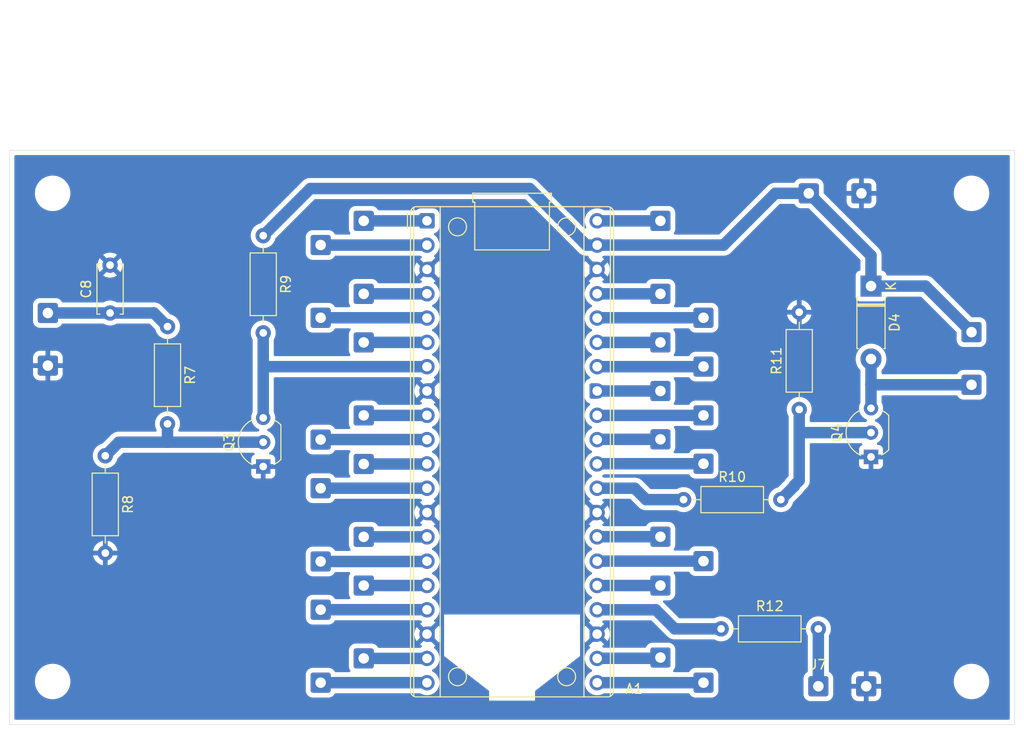
<source format=kicad_pcb>
(kicad_pcb (version 20240108) (generator "pcbnew") (generator_version "8.0")
  (layers (0 "F.Cu" signal) (31 "B.Cu" signal) (34 "B.Paste" user) (35 "F.Paste" user) (36 "B.SilkS" user "B.Silkscreen") (37 "F.SilkS" user "F.Silkscreen") (38 "B.Mask" user) (39 "F.Mask" user) (44 "Edge.Cuts" user))
  (net 0 "")
  (net 1 "GND")
  (net 2 "Net-(A1-GPIO15)")
  (net 3 "Net-(J1-Pin_1)")
  (net 4 "Net-(D1-A)")
  (net 5 "+5V")
  (net 6 "Net-(Q1-B)")
  (net 7 "Net-(Q2-B)")
  (net 8 "Net-(J7-Pin_1)")
  (net 9 "Net-(A1-RUN)")
  (net 10 "Net-(A1-3V3_EN)")
  (net 11 "Net-(A1-GPIO22)")
  (net 12 "Net-(A1-GPIO18)")
  (net 13 "Net-(A1-GPIO5)")
  (net 14 "Net-(A1-GPIO16)")
  (net 15 "Net-(A1-GPIO6)")
  (net 16 "Net-(A1-GPIO11)")
  (net 17 "Net-(A1-GPIO19)")
  (net 18 "Net-(A1-GPIO26_ADC0)")
  (net 19 "Net-(A1-GPIO28_ADC2)")
  (net 20 "Net-(A1-GPIO8)")
  (net 21 "Net-(A1-GPIO14)")
  (net 22 "Net-(A1-GPIO27_ADC1)")
  (net 23 "Net-(A1-GPIO3)")
  (net 24 "Net-(A1-GPIO20)")
  (net 25 "Net-(A1-AGND)")
  (net 26 "Net-(A1-GPIO9)")
  (net 27 "Net-(A1-GPIO10)")
  (net 28 "Net-(A1-GPIO13)")
  (net 29 "Net-(A1-ADC_VREF)")
  (net 30 "Net-(A1-GPIO7)")
  (net 31 "Net-(A1-GPIO21)")
  (net 32 "Net-(A1-GPIO2)")
  (net 33 "Net-(A1-VBUS)")
  (net 34 "Net-(A1-GPIO4)")
  (net 35 "Net-(A1-GPIO1)")
  (net 36 "Net-(A1-GPIO17)")
  (net 37 "Net-(A1-GPIO0)")
  (net 38 "Net-(A1-GPIO12)")
  (net 39 "Net-(A1-3V3)")
  (footprint "Connector_Wire:SolderWire-0.5sqmm_1x01_D0.9mm_OD2.1mm" (layer "F.Cu") (at 161 61.5)
    (property "Reference" "J5" (hide yes))
    (property "Value" "Conn_01x01_Pin" (hide yes))
    (pad "1" thru_hole roundrect (at 0 0) (size 2.1 2.1) (drill 1.1) (layers "*.Cu" "*.Mask") (roundrect_rratio 0.119048) (net 5 "+5V"))
  )
  (footprint "Diode_THT:D_DO-41_SOD81_P7.62mm_Horizontal" (layer "F.Cu") (at 167.5 71.19 -90)
    (property "Reference" "D4" (at 3.81 -2.47 90) (layer "F.SilkS"))
    (property "Value" "1N4937")
    (fp_line (start 1.09 1.47) (end 6.53 1.47) (stroke (width 0.12)) (layer "F.SilkS"))
    (fp_line (start 6.53 1.47) (end 6.53 1.34) (stroke (width 0.12)) (layer "F.SilkS"))
    (fp_line (start 1.09 1.34) (end 1.09 1.47) (stroke (width 0.12)) (layer "F.SilkS"))
    (fp_line (start 1.09 -1.34) (end 1.09 -1.47) (stroke (width 0.12)) (layer "F.SilkS"))
    (fp_line (start 1.09 -1.47) (end 6.53 -1.47) (stroke (width 0.12)) (layer "F.SilkS"))
    (fp_line (start 1.87 -1.47) (end 1.87 1.47) (stroke (width 0.12)) (layer "F.SilkS"))
    (fp_line (start 1.99 -1.47) (end 1.99 1.47) (stroke (width 0.12)) (layer "F.SilkS"))
    (fp_line (start 2.11 -1.47) (end 2.11 1.47) (stroke (width 0.12)) (layer "F.SilkS"))
    (fp_line (start 6.53 -1.47) (end 6.53 -1.34) (stroke (width 0.12)) (layer "F.SilkS"))
    (fp_text user "K" (at 0 -2.1 90) (layer "F.SilkS"))
    (pad "1" thru_hole rect (at 0 0 270) (size 2.2 2.2) (drill 1.1) (layers "*.Cu" "*.Mask") (net 5 "+5V"))
    (pad "2" thru_hole oval (at 7.62 0 270) (size 2.2 2.2) (drill 1.1) (layers "*.Cu" "*.Mask") (net 4 "Net-(D1-A)"))
  )
  (footprint "MountingHole:MountingHole_3.2mm_M3" (layer "F.Cu") (at 82 112.5)
    (property "Reference" "H2" (hide yes))
    (property "Value" "MountingHole")
    (pad "" np_thru_hole circle (at 0 0) (size 3.2 3.2) (drill 3.2) (layers "*.Cu" "*.Mask"))
  )
  (footprint "Resistor_THT:R_Axial_DIN0207_L6.3mm_D2.5mm_P10.16mm_Horizontal" (layer "F.Cu") (at 160 84.08 90)
    (property "Reference" "R11" (at 5.08 -2.37 90) (layer "F.SilkS"))
    (property "Value" "1k")
    (fp_line (start 8.35 -1.37) (end 1.81 -1.37) (stroke (width 0.12)) (layer "F.SilkS"))
    (fp_line (start 1.81 -1.37) (end 1.81 1.37) (stroke (width 0.12)) (layer "F.SilkS"))
    (fp_line (start 9.12 0) (end 8.35 0) (stroke (width 0.12)) (layer "F.SilkS"))
    (fp_line (start 1.04 0) (end 1.81 0) (stroke (width 0.12)) (layer "F.SilkS"))
    (fp_line (start 8.35 1.37) (end 8.35 -1.37) (stroke (width 0.12)) (layer "F.SilkS"))
    (fp_line (start 1.81 1.37) (end 8.35 1.37) (stroke (width 0.12)) (layer "F.SilkS"))
    (pad "1" thru_hole circle (at 0 0 90) (size 1.6 1.6) (drill 0.8) (layers "*.Cu" "*.Mask") (net 7 "Net-(Q2-B)"))
    (pad "2" thru_hole oval (at 10.16 0 90) (size 1.6 1.6) (drill 0.8) (layers "*.Cu" "*.Mask") (net 1 "GND"))
  )
  (footprint "Connector_Wire:SolderWire-0.5sqmm_1x01_D0.9mm_OD2.1mm" (layer "F.Cu") (at 114.5 97.3875)
    (property "Reference" "J16" (hide yes))
    (property "Value" "Conn_01x01_Pin" (hide yes))
    (pad "1" thru_hole roundrect (at 0 0) (size 2.1 2.1) (drill 1.1) (layers "*.Cu" "*.Mask") (roundrect_rratio 0.119048) (net 27 "Net-(A1-GPIO10)"))
  )
  (footprint "MountingHole:MountingHole_3.2mm_M3" (layer "F.Cu") (at 82 61.5)
    (property "Reference" "H4" (hide yes))
    (property "Value" "MountingHole")
    (pad "" np_thru_hole circle (at 0 0) (size 3.2 3.2) (drill 3.2) (layers "*.Cu" "*.Mask"))
  )
  (footprint "Connector_Wire:SolderWire-0.5sqmm_1x01_D0.9mm_OD2.1mm" (layer "F.Cu") (at 145.5 110)
    (property "Reference" "J12" (hide yes))
    (property "Value" "Conn_01x01_Pin" (hide yes))
    (pad "1" thru_hole roundrect (at 0 0) (size 2.1 2.1) (drill 1.1) (layers "*.Cu" "*.Mask") (roundrect_rratio 0.119048))
  )
  (footprint "Capacitor_THT:C_Disc_D5.0mm_W2.5mm_P5.00mm" (layer "F.Cu") (at 88 74 90)
    (property "Reference" "C8" (at 2.5 -2.5 90) (layer "F.SilkS"))
    (property "Value" "270pF")
    (fp_line (start 5.12 -1.37) (end 5.12 -1.055) (stroke (width 0.12)) (layer "F.SilkS"))
    (fp_line (start -0.12 -1.37) (end 5.12 -1.37) (stroke (width 0.12)) (layer "F.SilkS"))
    (fp_line (start -0.12 -1.37) (end -0.12 -1.055) (stroke (width 0.12)) (layer "F.SilkS"))
    (fp_line (start 5.12 1.055) (end 5.12 1.37) (stroke (width 0.12)) (layer "F.SilkS"))
    (fp_line (start -0.12 1.055) (end -0.12 1.37) (stroke (width 0.12)) (layer "F.SilkS"))
    (fp_line (start -0.12 1.37) (end 5.12 1.37) (stroke (width 0.12)) (layer "F.SilkS"))
    (pad "1" thru_hole circle (at 0 0 90) (size 1.6 1.6) (drill 0.8) (layers "*.Cu" "*.Mask") (net 3 "Net-(J1-Pin_1)"))
    (pad "2" thru_hole circle (at 5 0 90) (size 1.6 1.6) (drill 0.8) (layers "*.Cu" "*.Mask") (net 1 "GND"))
  )
  (footprint "Connector_Wire:SolderWire-0.5sqmm_1x01_D0.9mm_OD2.1mm" (layer "F.Cu") (at 178 76)
    (property "Reference" "J2" (hide yes))
    (property "Value" "Conn_01x01_Pin" (hide yes))
    (pad "1" thru_hole roundrect (at 0 0) (size 2.1 2.1) (drill 1.1) (layers "*.Cu" "*.Mask") (roundrect_rratio 0.119048) (net 5 "+5V"))
  )
  (footprint "Connector_Wire:SolderWire-0.5sqmm_1x01_D0.9mm_OD2.1mm" (layer "F.Cu") (at 150 112.625)
    (property "Reference" "J26" (hide yes))
    (property "Value" "Conn_01x01_Pin" (hide yes))
    (pad "1" thru_hole roundrect (at 0 0) (size 2.1 2.1) (drill 1.1) (layers "*.Cu" "*.Mask") (roundrect_rratio 0.119048) (net 14 "Net-(A1-GPIO16)"))
  )
  (footprint "Connector_Wire:SolderWire-0.5sqmm_1x01_D0.9mm_OD2.1mm" (layer "F.Cu") (at 167 113)
    (property "Reference" "J8" (hide yes))
    (property "Value" "Conn_01x01_Pin" (hide yes))
    (pad "1" thru_hole roundrect (at 0 0) (size 2.1 2.1) (drill 1.1) (layers "*.Cu" "*.Mask") (roundrect_rratio 0.119048) (net 1 "GND"))
  )
  (footprint "Connector_Wire:SolderWire-0.5sqmm_1x01_D0.9mm_OD2.1mm" (layer "F.Cu") (at 114.5 84.7)
    (property "Reference" "J20" (hide yes))
    (property "Value" "Conn_01x01_Pin" (hide yes))
    (pad "1" thru_hole roundrect (at 0 0) (size 2.1 2.1) (drill 1.1) (layers "*.Cu" "*.Mask") (roundrect_rratio 0.119048) (net 15 "Net-(A1-GPIO6)"))
  )
  (footprint "Connector_Wire:SolderWire-0.5sqmm_1x01_D0.9mm_OD2.1mm" (layer "F.Cu") (at 110 66.9)
    (property "Reference" "J24" (hide yes))
    (property "Value" "Conn_01x01_Pin" (hide yes))
    (pad "1" thru_hole roundrect (at 0 0) (size 2.1 2.1) (drill 1.1) (layers "*.Cu" "*.Mask") (roundrect_rratio 0.119048) (net 35 "Net-(A1-GPIO1)"))
  )
  (footprint "Connector_Wire:SolderWire-0.5sqmm_1x01_D0.9mm_OD2.1mm" (layer "F.Cu") (at 114.5 64.375)
    (property "Reference" "J25" (hide yes))
    (property "Value" "Conn_01x01_Pin" (hide yes))
    (pad "1" thru_hole roundrect (at 0 0) (size 2.1 2.1) (drill 1.1) (layers "*.Cu" "*.Mask") (roundrect_rratio 0.119048) (net 37 "Net-(A1-GPIO0)"))
  )
  (footprint "Connector_Wire:SolderWire-0.5sqmm_1x01_D0.9mm_OD2.1mm" (layer "F.Cu") (at 166.5 61.5)
    (property "Reference" "J4" (hide yes))
    (property "Value" "Conn_01x01_Pin" (hide yes))
    (pad "1" thru_hole roundrect (at 0 0) (size 2.1 2.1) (drill 1.1) (layers "*.Cu" "*.Mask") (roundrect_rratio 0.119048) (net 1 "GND"))
  )
  (footprint "Connector_Wire:SolderWire-0.5sqmm_1x01_D0.9mm_OD2.1mm" (layer "F.Cu") (at 110 112.625)
    (property "Reference" "J11" (hide yes))
    (property "Value" "Conn_01x01_Pin" (hide yes))
    (pad "1" thru_hole roundrect (at 0 0) (size 2.1 2.1) (drill 1.1) (layers "*.Cu" "*.Mask") (roundrect_rratio 0.119048) (net 2 "Net-(A1-GPIO15)"))
  )
  (footprint "MountingHole:MountingHole_3.2mm_M3" (layer "F.Cu") (at 178 112.5)
    (property "Reference" "H1" (hide yes))
    (property "Value" "MountingHole")
    (pad "" np_thru_hole circle (at 0 0) (size 3.2 3.2) (drill 3.2) (layers "*.Cu" "*.Mask"))
  )
  (footprint "Connector_Wire:SolderWire-0.5sqmm_1x01_D0.9mm_OD2.1mm" (layer "F.Cu") (at 150 99.925)
    (property "Reference" "J29" (hide yes))
    (property "Value" "Conn_01x01_Pin" (hide yes))
    (pad "1" thru_hole roundrect (at 0 0) (size 2.1 2.1) (drill 1.1) (layers "*.Cu" "*.Mask") (roundrect_rratio 0.119048) (net 24 "Net-(A1-GPIO20)"))
  )
  (footprint "Resistor_THT:R_Axial_DIN0207_L6.3mm_D2.5mm_P10.16mm_Horizontal" (layer "F.Cu") (at 147.92 93.5)
    (property "Reference" "R10" (at 5.08 -2.37 0) (layer "F.SilkS"))
    (property "Value" "1k")
    (fp_line (start 1.04 0) (end 1.81 0) (stroke (width 0.12)) (layer "F.SilkS"))
    (fp_line (start 1.81 -1.37) (end 1.81 1.37) (stroke (width 0.12)) (layer "F.SilkS"))
    (fp_line (start 1.81 1.37) (end 8.35 1.37) (stroke (width 0.12)) (layer "F.SilkS"))
    (fp_line (start 8.35 -1.37) (end 1.81 -1.37) (stroke (width 0.12)) (layer "F.SilkS"))
    (fp_line (start 8.35 1.37) (end 8.35 -1.37) (stroke (width 0.12)) (layer "F.SilkS"))
    (fp_line (start 9.12 0) (end 8.35 0) (stroke (width 0.12)) (layer "F.SilkS"))
    (pad "1" thru_hole circle (at 0 0) (size 1.6 1.6) (drill 0.8) (layers "*.Cu" "*.Mask") (net 11 "Net-(A1-GPIO22)"))
    (pad "2" thru_hole oval (at 10.16 0) (size 1.6 1.6) (drill 0.8) (layers "*.Cu" "*.Mask") (net 7 "Net-(Q2-B)"))
  )
  (footprint "Package_TO_SOT_THT:TO-92_Inline_Wide" (layer "F.Cu") (at 104 90.04 90)
    (property "Reference" "Q3" (at 2.54 -3.56 90) (layer "F.SilkS"))
    (property "Value" "2N3904")
    (fp_line (start 0.74 1.85) (end 4.34 1.85) (stroke (width 0.12)) (layer "F.SilkS"))
    (fp_arc (start 2.54 -2.6) (mid 3.936979 -2.192818) (end 4.8964 -1.098807) (stroke (width 0.12)) (layer "F.SilkS"))
    (fp_arc (start 0.1836 -1.098807) (mid 1.143021 -2.192817) (end 2.54 -2.6) (stroke (width 0.12)) (layer "F.SilkS"))
    (fp_arc (start 4.864184 1.122795) (mid 4.633903 1.509328) (end 4.34 1.85) (stroke (width 0.12)) (layer "F.SilkS"))
    (fp_arc (start 0.74 1.85) (mid 0.446097 1.509328) (end 0.215816 1.122795) (stroke (width 0.12)) (layer "F.SilkS"))
    (pad "1" thru_hole rect (at 0 0 90) (size 1.5 1.5) (drill 0.8) (layers "*.Cu" "*.Mask") (net 1 "GND"))
    (pad "2" thru_hole circle (at 2.54 0 90) (size 1.5 1.5) (drill 0.8) (layers "*.Cu" "*.Mask") (net 6 "Net-(Q1-B)"))
    (pad "3" thru_hole circle (at 5.08 0 90) (size 1.5 1.5) (drill 0.8) (layers "*.Cu" "*.Mask") (net 13 "Net-(A1-GPIO5)"))
  )
  (footprint "Connector_Wire:SolderWire-0.5sqmm_1x01_D0.9mm_OD2.1mm" (layer "F.Cu") (at 150 89.75)
    (property "Reference" "J10" (hide yes))
    (property "Value" "Conn_01x01_Pin" (hide yes))
    (pad "1" thru_hole roundrect (at 0 0) (size 2.1 2.1) (drill 1.1) (layers "*.Cu" "*.Mask") (roundrect_rratio 0.119048) (net 9 "Net-(A1-RUN)"))
  )
  (footprint "Connector_Wire:SolderWire-0.5sqmm_1x01_D0.9mm_OD2.1mm" (layer "F.Cu") (at 114.5 110.0875)
    (property "Reference" "J12" (hide yes))
    (property "Value" "Conn_01x01_Pin" (hide yes))
    (pad "1" thru_hole roundrect (at 0 0) (size 2.1 2.1) (drill 1.1) (layers "*.Cu" "*.Mask") (roundrect_rratio 0.119048) (net 21 "Net-(A1-GPIO14)"))
  )
  (footprint "Resistor_THT:R_Axial_DIN0207_L6.3mm_D2.5mm_P10.16mm_Horizontal" (layer "F.Cu") (at 104 65.92 -90)
    (property "Reference" "R9" (at 5.08 -2.37 90) (layer "F.SilkS"))
    (property "Value" "47k")
    (fp_line (start 1.81 1.37) (end 8.35 1.37) (stroke (width 0.12)) (layer "F.SilkS"))
    (fp_line (start 8.35 1.37) (end 8.35 -1.37) (stroke (width 0.12)) (layer "F.SilkS"))
    (fp_line (start 1.04 0) (end 1.81 0) (stroke (width 0.12)) (layer "F.SilkS"))
    (fp_line (start 9.12 0) (end 8.35 0) (stroke (width 0.12)) (layer "F.SilkS"))
    (fp_line (start 1.81 -1.37) (end 1.81 1.37) (stroke (width 0.12)) (layer "F.SilkS"))
    (fp_line (start 8.35 -1.37) (end 1.81 -1.37) (stroke (width 0.12)) (layer "F.SilkS"))
    (pad "1" thru_hole circle (at 0 0 270) (size 1.6 1.6) (drill 0.8) (layers "*.Cu" "*.Mask") (net 5 "+5V"))
    (pad "2" thru_hole oval (at 10.16 0 270) (size 1.6 1.6) (drill 0.8) (layers "*.Cu" "*.Mask") (net 13 "Net-(A1-GPIO5)"))
  )
  (footprint "Connector_Wire:SolderWire-0.5sqmm_1x01_D0.9mm_OD2.1mm" (layer "F.Cu") (at 150 74.5)
    (property "Reference" "J37" (hide yes))
    (property "Value" "Conn_01x01_Pin" (hide yes))
    (pad "1" thru_hole roundrect (at 0 0) (size 2.1 2.1) (drill 1.1) (layers "*.Cu" "*.Mask") (roundrect_rratio 0.119048) (net 39 "Net-(A1-3V3)"))
  )
  (footprint "Connector_Wire:SolderWire-0.5sqmm_1x01_D0.9mm_OD2.1mm" (layer "F.Cu") (at 81.5 79.5)
    (property "Reference" "J3" (hide yes))
    (property "Value" "Conn_01x01_Pin" (hide yes))
    (pad "1" thru_hole roundrect (at 0 0) (size 2.1 2.1) (drill 1.1) (layers "*.Cu" "*.Mask") (roundrect_rratio 0.119048) (net 1 "GND"))
  )
  (footprint "Connector_Wire:SolderWire-0.5sqmm_1x01_D0.9mm_OD2.1mm" (layer "F.Cu") (at 81.5 74)
    (property "Reference" "J1" (hide yes))
    (property "Value" "Conn_01x01_Pin" (hide yes))
    (pad "1" thru_hole roundrect (at 0 0) (size 2.1 2.1) (drill 1.1) (layers "*.Cu" "*.Mask") (roundrect_rratio 0.119048) (net 3 "Net-(J1-Pin_1)"))
  )
  (footprint "Connector_Wire:SolderWire-0.5sqmm_1x01_D0.9mm_OD2.1mm" (layer "F.Cu") (at 114.5 89.775)
    (property "Reference" "J18" (hide yes))
    (property "Value" "Conn_01x01_Pin" (hide yes))
    (pad "1" thru_hole roundrect (at 0 0) (size 2.1 2.1) (drill 1.1) (layers "*.Cu" "*.Mask") (roundrect_rratio 0.119048) (net 20 "Net-(A1-GPIO8)"))
  )
  (footprint "Connector_Wire:SolderWire-0.5sqmm_1x01_D0.9mm_OD2.1mm" (layer "F.Cu") (at 110 87.225)
    (property "Reference" "J19" (hide yes))
    (property "Value" "Conn_01x01_Pin" (hide yes))
    (pad "1" thru_hole roundrect (at 0 0) (size 2.1 2.1) (drill 1.1) (layers "*.Cu" "*.Mask") (roundrect_rratio 0.119048) (net 30 "Net-(A1-GPIO7)"))
  )
  (footprint "Connector_Wire:SolderWire-0.5sqmm_1x01_D0.9mm_OD2.1mm" (layer "F.Cu") (at 114.5 102.475)
    (property "Reference" "J14" (hide yes))
    (property "Value" "Conn_01x01_Pin" (hide yes))
    (pad "1" thru_hole roundrect (at 0 0) (size 2.1 2.1) (drill 1.1) (layers "*.Cu" "*.Mask") (roundrect_rratio 0.119048) (net 38 "Net-(A1-GPIO12)"))
  )
  (footprint "Resistor_THT:R_Axial_DIN0207_L6.3mm_D2.5mm_P10.16mm_Horizontal" (layer "F.Cu") (at 87.5 88.92 -90)
    (property "Reference" "R8" (at 5.08 -2.37 90) (layer "F.SilkS"))
    (property "Value" "470k")
    (fp_line (start 1.81 1.37) (end 8.35 1.37) (stroke (width 0.12)) (layer "F.SilkS"))
    (fp_line (start 8.35 1.37) (end 8.35 -1.37) (stroke (width 0.12)) (layer "F.SilkS"))
    (fp_line (start 1.04 0) (end 1.81 0) (stroke (width 0.12)) (layer "F.SilkS"))
    (fp_line (start 9.12 0) (end 8.35 0) (stroke (width 0.12)) (layer "F.SilkS"))
    (fp_line (start 1.81 -1.37) (end 1.81 1.37) (stroke (width 0.12)) (layer "F.SilkS"))
    (fp_line (start 8.35 -1.37) (end 1.81 -1.37) (stroke (width 0.12)) (layer "F.SilkS"))
    (pad "1" thru_hole circle (at 0 0 270) (size 1.6 1.6) (drill 0.8) (layers "*.Cu" "*.Mask") (net 6 "Net-(Q1-B)"))
    (pad "2" thru_hole oval (at 10.16 0 270) (size 1.6 1.6) (drill 0.8) (layers "*.Cu" "*.Mask") (net 1 "GND"))
  )
  (footprint "Connector_Wire:SolderWire-0.5sqmm_1x01_D0.9mm_OD2.1mm" (layer "F.Cu") (at 145.5 72)
    (property "Reference" "J9" (hide yes))
    (property "Value" "Conn_01x01_Pin" (hide yes))
    (pad "1" thru_hole roundrect (at 0 0) (size 2.1 2.1) (drill 1.1) (layers "*.Cu" "*.Mask") (roundrect_rratio 0.119048) (net 10 "Net-(A1-3V3_EN)"))
  )
  (footprint "Resistor_THT:R_Axial_DIN0207_L6.3mm_D2.5mm_P10.16mm_Horizontal" (layer "F.Cu") (at 94 75.42 -90)
    (property "Reference" "R7" (at 5.08 -2.37 90) (layer "F.SilkS"))
    (property "Value" "10k")
    (fp_line (start 1.81 1.37) (end 8.35 1.37) (stroke (width 0.12)) (layer "F.SilkS"))
    (fp_line (start 8.35 1.37) (end 8.35 -1.37) (stroke (width 0.12)) (layer "F.SilkS"))
    (fp_line (start 1.04 0) (end 1.81 0) (stroke (width 0.12)) (layer "F.SilkS"))
    (fp_line (start 9.12 0) (end 8.35 0) (stroke (width 0.12)) (layer "F.SilkS"))
    (fp_line (start 1.81 -1.37) (end 1.81 1.37) (stroke (width 0.12)) (layer "F.SilkS"))
    (fp_line (start 8.35 -1.37) (end 1.81 -1.37) (stroke (width 0.12)) (layer "F.SilkS"))
    (pad "1" thru_hole circle (at 0 0 270) (size 1.6 1.6) (drill 0.8) (layers "*.Cu" "*.Mask") (net 3 "Net-(J1-Pin_1)"))
    (pad "2" thru_hole oval (at 10.16 0 270) (size 1.6 1.6) (drill 0.8) (layers "*.Cu" "*.Mask") (net 6 "Net-(Q1-B)"))
  )
  (footprint "Connector_Wire:SolderWire-0.5sqmm_1x01_D0.9mm_OD2.1mm" (layer "F.Cu") (at 145.5 97.375)
    (property "Reference" "J30" (hide yes))
    (property "Value" "Conn_01x01_Pin" (hide yes))
    (pad "1" thru_hole roundrect (at 0 0) (size 2.1 2.1) (drill 1.1) (layers "*.Cu" "*.Mask") (roundrect_rratio 0.119048) (net 31 "Net-(A1-GPIO21)"))
  )
  (footprint "Connector_Wire:SolderWire-0.5sqmm_1x01_D0.9mm_OD2.1mm" (layer "F.Cu") (at 110 105)
    (property "Reference" "J13" (hide yes))
    (property "Value" "Conn_01x01_Pin" (hide yes))
    (pad "1" thru_hole roundrect (at 0 0) (size 2.1 2.1) (drill 1.1) (layers "*.Cu" "*.Mask") (roundrect_rratio 0.119048) (net 28 "Net-(A1-GPIO13)"))
  )
  (footprint "Connector_Wire:SolderWire-0.5sqmm_1x01_D0.9mm_OD2.1mm" (layer "F.Cu") (at 145.5 87.2)
    (property "Reference" "J32" (hide yes))
    (property "Value" "Conn_01x01_Pin" (hide yes))
    (pad "1" thru_hole roundrect (at 0 0) (size 2.1 2.1) (drill 1.1) (layers "*.Cu" "*.Mask") (roundrect_rratio 0.119048) (net 18 "Net-(A1-GPIO26_ADC0)"))
  )
  (footprint "Module_RaspberryPi_Pico:RaspberryPi_Pico_Common_THT" (layer "F.Cu") (at 130 88.5)
    (property "Reference" "A1" (at 11.7475 24.765 0) (layer "F.SilkS") (effects (justify left)))
    (property "Value" "RaspberryPi_Pico")
    (fp_line (start -10.93 -23.33) (end -10.93 -24.93) (stroke (width 0.12)) (layer "F.SilkS"))
    (fp_line (start -10.61 -25) (end -10.61 25) (stroke (width 0.12)) (layer "F.SilkS"))
    (fp_line (start -10.27 -25.547) (end -10.27 25.547) (stroke (width 0.12)) (layer "F.SilkS"))
    (fp_line (start -10 -25.61) (end -7.51 -25.61) (stroke (width 0.12)) (layer "F.SilkS"))
    (fp_line (start -10 25.61) (end -3.6 25.61) (stroke (width 0.12)) (layer "F.SilkS"))
    (fp_line (start -7.51 -25.61) (end -7.51 -24.69648) (stroke (width 0.12)) (layer "F.SilkS"))
    (fp_line (start -7.51 -25.61) (end -4.235 -25.61) (stroke (width 0.12)) (layer "F.SilkS"))
    (fp_line (start -7.51 -24.69648) (end -7.51 -22.30352) (stroke (width 0.12)) (layer "F.SilkS"))
    (fp_line (start -7.51 -22.30352) (end -7.51 22.30352) (stroke (width 0.12)) (layer "F.SilkS"))
    (fp_line (start -7.51 22.30352) (end -7.51 24.69648) (stroke (width 0.12)) (layer "F.SilkS"))
    (fp_line (start -7.51 24.69648) (end -7.51 25.61) (stroke (width 0.12)) (layer "F.SilkS"))
    (fp_line (start -4.235 -25.61) (end 4.235 -25.61) (stroke (width 0.12)) (layer "F.SilkS"))
    (fp_line (start -4.11 -27.01) (end -4.11 -26.09) (stroke (width 0.12)) (layer "F.SilkS"))
    (fp_line (start -4.11 -27.01) (end 4.11 -27.01) (stroke (width 0.12)) (layer "F.SilkS"))
    (fp_line (start -4.11 -26.09) (end -3.9 -26.09) (stroke (width 0.12)) (layer "F.SilkS"))
    (fp_line (start -3.9 -26.09) (end -3.9 -24.694) (stroke (width 0.12)) (layer "F.SilkS"))
    (fp_line (start -3.9 -24.694) (end -3.9 -22.306) (stroke (width 0.12)) (layer "F.SilkS"))
    (fp_line (start -3.9 -22.306) (end -3.9 -21.09) (stroke (width 0.12)) (layer "F.SilkS"))
    (fp_line (start 3.6 25.61) (end -3.6 25.61) (stroke (width 0.12)) (layer "F.SilkS"))
    (fp_line (start 3.6 25.61) (end 10 25.61) (stroke (width 0.12)) (layer "F.SilkS"))
    (fp_line (start 3.9 -26.09) (end 3.9 -24.694) (stroke (width 0.12)) (layer "F.SilkS"))
    (fp_line (start 3.9 -24.694) (end 3.9 -22.306) (stroke (width 0.12)) (layer "F.SilkS"))
    (fp_line (start 3.9 -22.306) (end 3.9 -21.09) (stroke (width 0.12)) (layer "F.SilkS"))
    (fp_line (start 3.9 -21.09) (end -3.9 -21.09) (stroke (width 0.12)) (layer "F.SilkS"))
    (fp_line (start 4.11 -27.01) (end 4.11 -26.09) (stroke (width 0.12)) (layer "F.SilkS"))
    (fp_line (start 4.11 -26.09) (end 3.9 -26.09) (stroke (width 0.12)) (layer "F.SilkS"))
    (fp_line (start 4.235 -25.61) (end 7.51 -25.61) (stroke (width 0.12)) (layer "F.SilkS"))
    (fp_line (start 7.51 -25.61) (end 7.51 -24.69648) (stroke (width 0.12)) (layer "F.SilkS"))
    (fp_line (start 7.51 -24.69648) (end 7.51 -22.30352) (stroke (width 0.12)) (layer "F.SilkS"))
    (fp_line (start 7.51 -22.30352) (end 7.51 22.30352) (stroke (width 0.12)) (layer "F.SilkS"))
    (fp_line (start 7.51 22.30352) (end 7.51 24.69648) (stroke (width 0.12)) (layer "F.SilkS"))
    (fp_line (start 7.51 24.69648) (end 7.51 25.61) (stroke (width 0.12)) (layer "F.SilkS"))
    (fp_line (start 10 -25.61) (end 7.51 -25.61) (stroke (width 0.12)) (layer "F.SilkS"))
    (fp_line (start 10.27 25.547) (end 10.27 -25.547) (stroke (width 0.12)) (layer "F.SilkS"))
    (fp_line (start 10.61 -25) (end 10.61 25) (stroke (width 0.12)) (layer "F.SilkS"))
    (fp_arc (start -10.61 -25) (mid -10.431335 -25.431335) (end -10 -25.61) (stroke (width 0.12)) (layer "F.SilkS"))
    (fp_arc (start -10 25.61) (mid -10.431364 25.431364) (end -10.61 25) (stroke (width 0.12)) (layer "F.SilkS"))
    (fp_arc (start 10 -25.61) (mid 10.431335 -25.431335) (end 10.61 -25) (stroke (width 0.12)) (layer "F.SilkS"))
    (fp_arc (start 10.61 25) (mid 10.431335 25.431335) (end 10 25.61) (stroke (width 0.12)) (layer "F.SilkS"))
    (fp_circle (center -5.7 -23.5) (end -4.76 -23.5) (stroke (width 0.12)) (fill none) (layer "F.SilkS"))
    (fp_circle (center -5.7 23.5) (end -4.76 23.5) (stroke (width 0.12)) (fill none) (layer "F.SilkS"))
    (fp_circle (center 5.7 -23.5) (end 6.64 -23.5) (stroke (width 0.12)) (fill none) (layer "F.SilkS"))
    (fp_circle (center 5.7 23.5) (end 6.64 23.5) (stroke (width 0.12)) (fill none) (layer "F.SilkS"))
    (pad "1" thru_hole roundrect (at -8.89 -24.13) (size 1.6 1.6) (drill 1) (layers "*.Cu" "*.Mask") (roundrect_rratio 0.125) (net 37 "Net-(A1-GPIO0)"))
    (pad "2" thru_hole circle (at -8.89 -21.59) (size 1.6 1.6) (drill 1) (layers "*.Cu" "*.Mask") (net 35 "Net-(A1-GPIO1)"))
    (pad "3" thru_hole custom (at -8.89 -19.05) (size 1.6 1.6) (drill 1) (layers "*.Cu" "*.Mask") (net 1 "GND") (options (clearance outline) (anchor circle)) (primitives (gr_poly (pts (xy 0.8 0.6) (xy 0.8 -0.6) (xy 0.6 -0.8) (xy 0 -0.8) (xy 0 0.8) (xy 0.6 0.8)) (width 0) (fill yes)) (gr_circle (center 0.6 0.6) (end 0.8 0.6) (width 0) (fill yes)) (gr_circle (center 0.6 -0.6) (end 0.8 -0.6) (width 0) (fill yes))))
    (pad "4" thru_hole circle (at -8.89 -16.51) (size 1.6 1.6) (drill 1) (layers "*.Cu" "*.Mask") (net 32 "Net-(A1-GPIO2)"))
    (pad "5" thru_hole circle (at -8.89 -13.97) (size 1.6 1.6) (drill 1) (layers "*.Cu" "*.Mask") (net 23 "Net-(A1-GPIO3)"))
    (pad "6" thru_hole circle (at -8.89 -11.43) (size 1.6 1.6) (drill 1) (layers "*.Cu" "*.Mask") (net 34 "Net-(A1-GPIO4)"))
    (pad "7" thru_hole circle (at -8.89 -8.89) (size 1.6 1.6) (drill 1) (layers "*.Cu" "*.Mask") (net 13 "Net-(A1-GPIO5)"))
    (pad "8" thru_hole custom (at -8.89 -6.35) (size 1.6 1.6) (drill 1) (layers "*.Cu" "*.Mask") (net 1 "GND") (options (clearance outline) (anchor circle)) (primitives (gr_poly (pts (xy 0.8 0.6) (xy 0.8 -0.6) (xy 0.6 -0.8) (xy 0 -0.8) (xy 0 0.8) (xy 0.6 0.8)) (width 0) (fill yes)) (gr_circle (center 0.6 0.6) (end 0.8 0.6) (width 0) (fill yes)) (gr_circle (center 0.6 -0.6) (end 0.8 -0.6) (width 0) (fill yes))))
    (pad "9" thru_hole circle (at -8.89 -3.81) (size 1.6 1.6) (drill 1) (layers "*.Cu" "*.Mask") (net 15 "Net-(A1-GPIO6)"))
    (pad "10" thru_hole circle (at -8.89 -1.27) (size 1.6 1.6) (drill 1) (layers "*.Cu" "*.Mask") (net 30 "Net-(A1-GPIO7)"))
    (pad "11" thru_hole circle (at -8.89 1.27) (size 1.6 1.6) (drill 1) (layers "*.Cu" "*.Mask") (net 20 "Net-(A1-GPIO8)"))
    (pad "12" thru_hole circle (at -8.89 3.81) (size 1.6 1.6) (drill 1) (layers "*.Cu" "*.Mask") (net 26 "Net-(A1-GPIO9)"))
    (pad "13" thru_hole custom (at -8.89 6.35) (size 1.6 1.6) (drill 1) (layers "*.Cu" "*.Mask") (net 1 "GND") (options (clearance outline) (anchor circle)) (primitives (gr_poly (pts (xy 0.8 0.6) (xy 0.8 -0.6) (xy 0.6 -0.8) (xy 0 -0.8) (xy 0 0.8) (xy 0.6 0.8)) (width 0) (fill yes)) (gr_circle (center 0.6 0.6) (end 0.8 0.6) (width 0) (fill yes)) (gr_circle (center 0.6 -0.6) (end 0.8 -0.6) (width 0) (fill yes))))
    (pad "14" thru_hole circle (at -8.89 8.89) (size 1.6 1.6) (drill 1) (layers "*.Cu" "*.Mask") (net 27 "Net-(A1-GPIO10)"))
    (pad "15" thru_hole circle (at -8.89 11.43) (size 1.6 1.6) (drill 1) (layers "*.Cu" "*.Mask") (net 16 "Net-(A1-GPIO11)"))
    (pad "16" thru_hole circle (at -8.89 13.97) (size 1.6 1.6) (drill 1) (layers "*.Cu" "*.Mask") (net 38 "Net-(A1-GPIO12)"))
    (pad "17" thru_hole circle (at -8.89 16.51) (size 1.6 1.6) (drill 1) (layers "*.Cu" "*.Mask") (net 28 "Net-(A1-GPIO13)"))
    (pad "18" thru_hole custom (at -8.89 19.05) (size 1.6 1.6) (drill 1) (layers "*.Cu" "*.Mask") (net 1 "GND") (options (clearance outline) (anchor circle)) (primitives (gr_poly (pts (xy 0.8 0.6) (xy 0.8 -0.6) (xy 0.6 -0.8) (xy 0 -0.8) (xy 0 0.8) (xy 0.6 0.8)) (width 0) (fill yes)) (gr_circle (center 0.6 0.6) (end 0.8 0.6) (width 0) (fill yes)) (gr_circle (center 0.6 -0.6) (end 0.8 -0.6) (width 0) (fill yes))))
    (pad "19" thru_hole circle (at -8.89 21.59) (size 1.6 1.6) (drill 1) (layers "*.Cu" "*.Mask") (net 21 "Net-(A1-GPIO14)"))
    (pad "20" thru_hole circle (at -8.89 24.13) (size 1.6 1.6) (drill 1) (layers "*.Cu" "*.Mask") (net 2 "Net-(A1-GPIO15)"))
    (pad "21" thru_hole circle (at 8.89 24.13) (size 1.6 1.6) (drill 1) (layers "*.Cu" "*.Mask") (net 14 "Net-(A1-GPIO16)"))
    (pad "22" thru_hole circle (at 8.89 21.59) (size 1.6 1.6) (drill 1) (layers "*.Cu" "*.Mask") (net 36 "Net-(A1-GPIO17)"))
    (pad "23" thru_hole custom (at 8.89 19.05) (size 1.6 1.6) (drill 1) (layers "*.Cu" "*.Mask") (net 1 "GND") (options (clearance outline) (anchor circle)) (primitives (gr_poly (pts (xy -0.8 0.6) (xy -0.8 -0.6) (xy -0.6 -0.8) (xy 0 -0.8) (xy 0 0.8) (xy -0.6 0.8)) (width 0) (fill yes)) (gr_circle (center -0.6 0.6) (end -0.4 0.6) (width 0) (fill yes)) (gr_circle (center -0.6 -0.6) (end -0.4 -0.6) (width 0) (fill yes))))
    (pad "24" thru_hole circle (at 8.89 16.51) (size 1.6 1.6) (drill 1) (layers "*.Cu" "*.Mask") (net 12 "Net-(A1-GPIO18)"))
    (pad "25" thru_hole circle (at 8.89 13.97) (size 1.6 1.6) (drill 1) (layers "*.Cu" "*.Mask") (net 17 "Net-(A1-GPIO19)"))
    (pad "26" thru_hole circle (at 8.89 11.43) (size 1.6 1.6) (drill 1) (layers "*.Cu" "*.Mask") (net 24 "Net-(A1-GPIO20)"))
    (pad "27" thru_hole circle (at 8.89 8.89) (size 1.6 1.6) (drill 1) (layers "*.Cu" "*.Mask") (net 31 "Net-(A1-GPIO21)"))
    (pad "28" thru_hole custom (at 8.89 6.35) (size 1.6 1.6) (drill 1) (layers "*.Cu" "*.Mask") (net 1 "GND") (options (clearance outline) (anchor circle)) (primitives (gr_poly (pts (xy -0.8 0.6) (xy -0.8 -0.6) (xy -0.6 -0.8) (xy 0 -0.8) (xy 0 0.8) (xy -0.6 0.8)) (width 0) (fill yes)) (gr_circle (center -0.6 0.6) (end -0.4 0.6) (width 0) (fill yes)) (gr_circle (center -0.6 -0.6) (end -0.4 -0.6) (width 0) (fill yes))))
    (pad "29" thru_hole circle (at 8.89 3.81) (size 1.6 1.6) (drill 1) (layers "*.Cu" "*.Mask") (net 11 "Net-(A1-GPIO22)"))
    (pad "30" thru_hole circle (at 8.89 1.27) (size 1.6 1.6) (drill 1) (layers "*.Cu" "*.Mask") (net 9 "Net-(A1-RUN)"))
    (pad "31" thru_hole circle (at 8.89 -1.27) (size 1.6 1.6) (drill 1) (layers "*.Cu" "*.Mask") (net 18 "Net-(A1-GPIO26_ADC0)"))
    (pad "32" thru_hole circle (at 8.89 -3.81) (size 1.6 1.6) (drill 1) (layers "*.Cu" "*.Mask") (net 22 "Net-(A1-GPIO27_ADC1)"))
    (pad "33" thru_hole custom (at 8.89 -6.35) (size 1.6 1.6) (drill 1) (layers "*.Cu" "*.Mask") (net 25 "Net-(A1-AGND)") (options (clearance outline) (anchor circle)) (primitives (gr_poly (pts (xy -0.8 0.6) (xy -0.8 -0.6) (xy -0.6 -0.8) (xy 0 -0.8) (xy 0 0.8) (xy -0.6 0.8)) (width 0) (fill yes)) (gr_circle (center -0.6 0.6) (end -0.4 0.6) (width 0) (fill yes)) (gr_circle (center -0.6 -0.6) (end -0.4 -0.6) (width 0) (fill yes))))
    (pad "34" thru_hole circle (at 8.89 -8.89) (size 1.6 1.6) (drill 1) (layers "*.Cu" "*.Mask") (net 19 "Net-(A1-GPIO28_ADC2)"))
    (pad "35" thru_hole circle (at 8.89 -11.43) (size 1.6 1.6) (drill 1) (layers "*.Cu" "*.Mask") (net 29 "Net-(A1-ADC_VREF)"))
    (pad "36" thru_hole circle (at 8.89 -13.97) (size 1.6 1.6) (drill 1) (layers "*.Cu" "*.Mask") (net 39 "Net-(A1-3V3)"))
    (pad "37" thru_hole circle (at 8.89 -16.51) (size 1.6 1.6) (drill 1) (layers "*.Cu" "*.Mask") (net 10 "Net-(A1-3V3_EN)"))
    (pad "38" thru_hole custom (at 8.89 -19.05) (size 1.6 1.6) (drill 1) (layers "*.Cu" "*.Mask") (net 1 "GND") (options (clearance outline) (anchor circle)) (primitives (gr_poly (pts (xy -0.8 0.6) (xy -0.8 -0.6) (xy -0.6 -0.8) (xy 0 -0.8) (xy 0 0.8) (xy -0.6 0.8)) (width 0) (fill yes)) (gr_circle (center -0.6 0.6) (end -0.4 0.6) (width 0) (fill yes)) (gr_circle (center -0.6 -0.6) (end -0.4 -0.6) (width 0) (fill yes))))
    (pad "39" thru_hole circle (at 8.89 -21.59) (size 1.6 1.6) (drill 1) (layers "*.Cu" "*.Mask") (net 5 "+5V"))
    (pad "40" thru_hole circle (at 8.89 -24.13) (size 1.6 1.6) (drill 1) (layers "*.Cu" "*.Mask") (net 33 "Net-(A1-VBUS)"))
    (zone (net 0) (net_name "") (layers "*.Cu" "*.Paste") (name "Antenna Copper Keep Out") (connect_pads (clearance 0)) (min_thickness 0.254)
      (keepout (tracks not_allowed) (vias not_allowed) (pads not_allowed) (copperpour not_allowed) (footprints allowed))
      (fill (thermal_gap 0.508) (thermal_bridge_width 0.508))
      (polygon (pts (xy 127.6 113.489895) (xy 122.9 109.839895) (xy 122.9 105.5) (xy 137.1 105.5) (xy 137.1 109.839895) (xy 132.4 113.489895) (xy 132.4 114.5) (xy 127.6 114.5)))
    )
  )
  (footprint "MountingHole:MountingHole_3.2mm_M3" (layer "F.Cu") (at 178 61.5)
    (property "Reference" "H3" (hide yes))
    (property "Value" "MountingHole")
    (pad "" np_thru_hole circle (at 0 0) (size 3.2 3.2) (drill 3.2) (layers "*.Cu" "*.Mask"))
  )
  (footprint "Connector_Wire:SolderWire-0.5sqmm_1x01_D0.9mm_OD2.1mm" (layer "F.Cu") (at 178 81.5)
    (property "Reference" "J6" (hide yes))
    (property "Value" "Conn_01x01_Pin" (hide yes))
    (pad "1" thru_hole roundrect (at 0 0) (size 2.1 2.1) (drill 1.1) (layers "*.Cu" "*.Mask") (roundrect_rratio 0.119048) (net 4 "Net-(D1-A)"))
  )
  (footprint "Connector_Wire:SolderWire-0.5sqmm_1x01_D0.9mm_OD2.1mm" (layer "F.Cu") (at 145.5 64.375)
    (property "Reference" "J36" (hide yes))
    (property "Value" "Conn_01x01_Pin" (hide yes))
    (pad "1" thru_hole roundrect (at 0 0) (size 2.1 2.1) (drill 1.1) (layers "*.Cu" "*.Mask") (roundrect_rratio 0.119048) (net 33 "Net-(A1-VBUS)"))
  )
  (footprint "Resistor_THT:R_Axial_DIN0207_L6.3mm_D2.5mm_P10.16mm_Horizontal" (layer "F.Cu") (at 151.84 107)
    (property "Reference" "R12" (at 5.08 -2.37 0) (layer "F.SilkS"))
    (property "Value" "56k")
    (fp_line (start 1.04 0) (end 1.81 0) (stroke (width 0.12)) (layer "F.SilkS"))
    (fp_line (start 1.81 -1.37) (end 1.81 1.37) (stroke (width 0.12)) (layer "F.SilkS"))
    (fp_line (start 1.81 1.37) (end 8.35 1.37) (stroke (width 0.12)) (layer "F.SilkS"))
    (fp_line (start 8.35 -1.37) (end 1.81 -1.37) (stroke (width 0.12)) (layer "F.SilkS"))
    (fp_line (start 8.35 1.37) (end 8.35 -1.37) (stroke (width 0.12)) (layer "F.SilkS"))
    (fp_line (start 9.12 0) (end 8.35 0) (stroke (width 0.12)) (layer "F.SilkS"))
    (pad "1" thru_hole circle (at 0 0) (size 1.6 1.6) (drill 0.8) (layers "*.Cu" "*.Mask") (net 12 "Net-(A1-GPIO18)"))
    (pad "2" thru_hole oval (at 10.16 0) (size 1.6 1.6) (drill 0.8) (layers "*.Cu" "*.Mask") (net 8 "Net-(J7-Pin_1)"))
  )
  (footprint "Connector_Wire:SolderWire-0.5sqmm_1x01_D0.9mm_OD2.1mm" (layer "F.Cu") (at 114.5 72)
    (property "Reference" "J23" (hide yes))
    (property "Value" "Conn_01x01_Pin" (hide yes))
    (pad "1" thru_hole roundrect (at 0 0) (size 2.1 2.1) (drill 1.1) (layers "*.Cu" "*.Mask") (roundrect_rratio 0.119048) (net 32 "Net-(A1-GPIO2)"))
  )
  (footprint "Connector_Wire:SolderWire-0.5sqmm_1x01_D0.9mm_OD2.1mm" (layer "F.Cu") (at 145.5 82.15)
    (property "Reference" "J35" (hide yes))
    (property "Value" "Conn_01x01_Pin" (hide yes))
    (pad "1" thru_hole roundrect (at 0 0) (size 2.1 2.1) (drill 1.1) (layers "*.Cu" "*.Mask") (roundrect_rratio 0.119048) (net 25 "Net-(A1-AGND)"))
  )
  (footprint "Connector_Wire:SolderWire-0.5sqmm_1x01_D0.9mm_OD2.1mm" (layer "F.Cu") (at 162 113)
    (property "Reference" "J7" (at 0 -2.25 0) (layer "F.SilkS"))
    (property "Value" "Conn_01x01_Pin" (hide yes))
    (pad "1" thru_hole roundrect (at 0 0) (size 2.1 2.1) (drill 1.1) (layers "*.Cu" "*.Mask") (roundrect_rratio 0.119048) (net 8 "Net-(J7-Pin_1)"))
  )
  (footprint "Connector_Wire:SolderWire-0.5sqmm_1x01_D0.9mm_OD2.1mm" (layer "F.Cu") (at 145.5 77)
    (property "Reference" "J31" (hide yes))
    (property "Value" "Conn_01x01_Pin" (hide yes))
    (pad "1" thru_hole roundrect (at 0 0.075) (size 2.1 2.1) (drill 1.1) (layers "*.Cu" "*.Mask") (roundrect_rratio 0.119048) (net 29 "Net-(A1-ADC_VREF)"))
  )
  (footprint "Connector_Wire:SolderWire-0.5sqmm_1x01_D0.9mm_OD2.1mm" (layer "F.Cu") (at 110 92.3075)
    (property "Reference" "J17" (hide yes))
    (property "Value" "Conn_01x01_Pin" (hide yes))
    (pad "1" thru_hole roundrect (at 0 0) (size 2.1 2.1) (drill 1.1) (layers "*.Cu" "*.Mask") (roundrect_rratio 0.119048) (net 26 "Net-(A1-GPIO9)"))
  )
  (footprint "Connector_Wire:SolderWire-0.5sqmm_1x01_D0.9mm_OD2.1mm" (layer "F.Cu") (at 110 74.5)
    (property "Reference" "J21" (hide yes))
    (property "Value" "Conn_01x01_Pin" (hide yes))
    (pad "1" thru_hole roundrect (at 0 0) (size 2.1 2.1) (drill 1.1) (layers "*.Cu" "*.Mask") (roundrect_rratio 0.119048))
  )
  (footprint "Connector_Wire:SolderWire-0.5sqmm_1x01_D0.9mm_OD2.1mm" (layer "F.Cu") (at 150 79.6)
    (property "Reference" "J34" (hide yes))
    (property "Value" "Conn_01x01_Pin" (hide yes))
    (pad "1" thru_hole roundrect (at 0 0) (size 2.1 2.1) (drill 1.1) (layers "*.Cu" "*.Mask") (roundrect_rratio 0.119048) (net 19 "Net-(A1-GPIO28_ADC2)"))
  )
  (footprint "Connector_Wire:SolderWire-0.5sqmm_1x01_D0.9mm_OD2.1mm" (layer "F.Cu") (at 150 84.7)
    (property "Reference" "J33" (hide yes))
    (property "Value" "Conn_01x01_Pin" (hide yes))
    (pad "1" thru_hole roundrect (at 0 0) (size 2.1 2.1) (drill 1.1) (layers "*.Cu" "*.Mask") (roundrect_rratio 0.119048) (net 22 "Net-(A1-GPIO27_ADC1)"))
  )
  (footprint "Connector_Wire:SolderWire-0.5sqmm_1x01_D0.9mm_OD2.1mm" (layer "F.Cu") (at 145.5 102.475)
    (property "Reference" "J28" (hide yes))
    (property "Value" "Conn_01x01_Pin" (hide yes))
    (pad "1" thru_hole roundrect (at 0 0) (size 2.1 2.1) (drill 1.1) (layers "*.Cu" "*.Mask") (roundrect_rratio 0.119048) (net 17 "Net-(A1-GPIO19)"))
  )
  (footprint "Package_TO_SOT_THT:TO-92_Inline_Wide" (layer "F.Cu") (at 167.5 89.04 90)
    (property "Reference" "Q4" (at 2.54 -3.56 90) (layer "F.SilkS"))
    (property "Value" "2N3904")
    (fp_line (start 0.74 1.85) (end 4.34 1.85) (stroke (width 0.12)) (layer "F.SilkS"))
    (fp_arc (start 2.54 -2.6) (mid 3.936979 -2.192818) (end 4.8964 -1.098807) (stroke (width 0.12)) (layer "F.SilkS"))
    (fp_arc (start 0.1836 -1.098807) (mid 1.143021 -2.192817) (end 2.54 -2.6) (stroke (width 0.12)) (layer "F.SilkS"))
    (fp_arc (start 4.864184 1.122795) (mid 4.633903 1.509328) (end 4.34 1.85) (stroke (width 0.12)) (layer "F.SilkS"))
    (fp_arc (start 0.74 1.85) (mid 0.446097 1.509328) (end 0.215816 1.122795) (stroke (width 0.12)) (layer "F.SilkS"))
    (pad "1" thru_hole rect (at 0 0 90) (size 1.5 1.5) (drill 0.8) (layers "*.Cu" "*.Mask") (net 1 "GND"))
    (pad "2" thru_hole circle (at 2.54 0 90) (size 1.5 1.5) (drill 0.8) (layers "*.Cu" "*.Mask") (net 7 "Net-(Q2-B)"))
    (pad "3" thru_hole circle (at 5.08 0 90) (size 1.5 1.5) (drill 0.8) (layers "*.Cu" "*.Mask") (net 4 "Net-(D1-A)"))
  )
  (footprint "Connector_Wire:SolderWire-0.5sqmm_1x01_D0.9mm_OD2.1mm" (layer "F.Cu") (at 114.5 77.075)
    (property "Reference" "J21" (hide yes))
    (property "Value" "Conn_01x01_Pin" (hide yes))
    (pad "1" thru_hole roundrect (at 0 0) (size 2.1 2.1) (drill 1.1) (layers "*.Cu" "*.Mask") (roundrect_rratio 0.119048) (net 34 "Net-(A1-GPIO4)"))
  )
  (footprint "Connector_Wire:SolderWire-0.5sqmm_1x01_D0.9mm_OD2.1mm" (layer "F.Cu") (at 110 99.9625)
    (property "Reference" "J15" (hide yes))
    (property "Value" "Conn_01x01_Pin" (hide yes))
    (pad "1" thru_hole roundrect (at 0 0) (size 2.1 2.1) (drill 1.1) (layers "*.Cu" "*.Mask") (roundrect_rratio 0.119048) (net 16 "Net-(A1-GPIO11)"))
  )
  (gr_rect (start 77.5 57) (end 182.5 117) (stroke (width 0.05)) (fill none) (layer "Edge.Cuts"))
  (segment (start 110 112.625) (end 121.105 112.625) (width 1.2) (layer "B.Cu") (net 2))
  (segment (start 121.105 112.625) (end 121.11 112.63) (width 1.2) (layer "B.Cu") (net 2))
  (segment (start 88 74) (end 81.5 74) (width 1.2) (layer "B.Cu") (net 3))
  (segment (start 94 75.42) (end 92.58 74) (width 1.2) (layer "B.Cu") (net 3))
  (segment (start 92.58 74) (end 88 74) (width 1.2) (layer "B.Cu") (net 3))
  (segment (start 178 81.5) (end 167.5 81.5) (width 1.2) (layer "B.Cu") (net 4))
  (segment (start 167.5 81.5) (end 167.5 78.81) (width 1.2) (layer "B.Cu") (net 4))
  (segment (start 167.5 83.96) (end 167.5 81.5) (width 1.2) (layer "B.Cu") (net 4))
  (segment (start 178 76) (end 173.19 71.19) (width 1.2) (layer "B.Cu") (net 5))
  (segment (start 161 61.5) (end 167.5 68) (width 1.2) (layer "B.Cu") (net 5))
  (segment (start 131.84863 61) (end 108.92 61) (width 1.2) (layer "B.Cu") (net 5))
  (segment (start 138.89 66.91) (end 152.09 66.91) (width 1.2) (layer "B.Cu") (net 5))
  (segment (start 173.19 71.19) (end 167.5 71.19) (width 1.2) (layer "B.Cu") (net 5))
  (segment (start 137.75863 66.91) (end 131.84863 61) (width 1.2) (layer "B.Cu") (net 5))
  (segment (start 157.5 61.5) (end 161 61.5) (width 1.2) (layer "B.Cu") (net 5))
  (segment (start 152.09 66.91) (end 157.5 61.5) (width 1.2) (layer "B.Cu") (net 5))
  (segment (start 138.89 66.91) (end 137.75863 66.91) (width 1.2) (layer "B.Cu") (net 5))
  (segment (start 108.92 61) (end 104 65.92) (width 1.2) (layer "B.Cu") (net 5))
  (segment (start 167.5 68) (end 167.5 71.19) (width 1.2) (layer "B.Cu") (net 5))
  (segment (start 94 87.5) (end 104 87.5) (width 1.2) (layer "B.Cu") (net 6))
  (segment (start 94 85.58) (end 94 87.5) (width 1.2) (layer "B.Cu") (net 6))
  (segment (start 87.5 88.92) (end 88.92 87.5) (width 1.2) (layer "B.Cu") (net 6))
  (segment (start 88.92 87.5) (end 94 87.5) (width 1.2) (layer "B.Cu") (net 6))
  (segment (start 160 86.5) (end 160 84.08) (width 1.2) (layer "B.Cu") (net 7))
  (segment (start 159.5 92.08) (end 159.5 92) (width 1.2) (layer "B.Cu") (net 7))
  (segment (start 160 91.5) (end 160 86.5) (width 1.2) (layer "B.Cu") (net 7))
  (segment (start 167.5 86.5) (end 160 86.5) (width 1.2) (layer "B.Cu") (net 7))
  (segment (start 158.08 93.5) (end 159.5 92.08) (width 1.2) (layer "B.Cu") (net 7))
  (segment (start 159.5 92) (end 160 91.5) (width 1.2) (layer "B.Cu") (net 7))
  (segment (start 162 113) (end 162 107) (width 1.2) (layer "B.Cu") (net 8))
  (segment (start 138.91 89.75) (end 138.89 89.77) (width 1.2) (layer "B.Cu") (net 9))
  (segment (start 150 89.75) (end 138.91 89.75) (width 1.2) (layer "B.Cu") (net 9))
  (segment (start 138.9 72) (end 138.89 71.99) (width 1.2) (layer "B.Cu") (net 10))
  (segment (start 145.5 72) (end 138.9 72) (width 1.2) (layer "B.Cu") (net 10))
  (segment (start 142.81 92.31) (end 138.89 92.31) (width 1.2) (layer "B.Cu") (net 11))
  (segment (start 144 93.5) (end 147.92 93.5) (width 1.2) (layer "B.Cu") (net 11))
  (segment (start 144 93.5) (end 142.81 92.31) (width 1.2) (layer "B.Cu") (net 11))
  (segment (start 145.01 105.01) (end 138.89 105.01) (width 1.2) (layer "B.Cu") (net 12))
  (segment (start 151.84 107) (end 147 107) (width 1.2) (layer "B.Cu") (net 12))
  (segment (start 147 107) (end 145.01 105.01) (width 1.2) (layer "B.Cu") (net 12))
  (segment (start 121.11 79.61) (end 104.11 79.61) (width 1.2) (layer "B.Cu") (net 13))
  (segment (start 104.11 79.61) (end 104 79.5) (width 1.2) (layer "B.Cu") (net 13))
  (segment (start 104 78.5) (end 104 76.08) (width 1.2) (layer "B.Cu") (net 13))
  (segment (start 104 84.96) (end 104 78.5) (width 1.2) (layer "B.Cu") (net 13))
  (segment (start 138.895 112.625) (end 138.89 112.63) (width 1.2) (layer "B.Cu") (net 14))
  (segment (start 150 112.625) (end 138.895 112.625) (width 1.2) (layer "B.Cu") (net 14))
  (segment (start 121.1 84.7) (end 121.11 84.69) (width 1.2) (layer "B.Cu") (net 15))
  (segment (start 114.5 84.7) (end 121.1 84.7) (width 1.2) (layer "B.Cu") (net 15))
  (segment (start 110 99.9625) (end 121.0775 99.9625) (width 1.2) (layer "B.Cu") (net 16))
  (segment (start 121.0775 99.9625) (end 121.11 99.93) (width 1.2) (layer "B.Cu") (net 16))
  (segment (start 145.5 102.475) (end 138.895 102.475) (width 1.2) (layer "B.Cu") (net 17))
  (segment (start 138.895 102.475) (end 138.89 102.47) (width 1.2) (layer "B.Cu") (net 17))
  (segment (start 138.92 87.2) (end 138.89 87.23) (width 1.2) (layer "B.Cu") (net 18))
  (segment (start 145.5 87.2) (end 138.92 87.2) (width 1.2) (layer "B.Cu") (net 18))
  (segment (start 149.99 79.61) (end 150 79.6) (width 1.2) (layer "B.Cu") (net 19))
  (segment (start 138.89 79.61) (end 149.99 79.61) (width 1.2) (layer "B.Cu") (net 19))
  (segment (start 114.5 89.775) (end 121.105 89.775) (width 1.2) (layer "B.Cu") (net 20))
  (segment (start 121.105 89.775) (end 121.11 89.77) (width 1.2) (layer "B.Cu") (net 20))
  (segment (start 114.5 110.0875) (end 121.1075 110.0875) (width 1.2) (layer "B.Cu") (net 21))
  (segment (start 121.1075 110.0875) (end 121.11 110.09) (width 1.2) (layer "B.Cu") (net 21))
  (segment (start 138.9 84.7) (end 138.89 84.69) (width 1.2) (layer "B.Cu") (net 22))
  (segment (start 150 84.7) (end 138.9 84.7) (width 1.2) (layer "B.Cu") (net 22))
  (segment (start 121.08 74.5) (end 121.11 74.53) (width 1.2) (layer "B.Cu") (net 23))
  (segment (start 110 74.5) (end 121.08 74.5) (width 1.2) (layer "B.Cu") (net 23))
  (segment (start 138.895 99.925) (end 138.89 99.93) (width 1.2) (layer "B.Cu") (net 24))
  (segment (start 150 99.925) (end 138.895 99.925) (width 1.2) (layer "B.Cu") (net 24))
  (segment (start 145.5 82.15) (end 138.89 82.15) (width 1.2) (layer "B.Cu") (net 25))
  (segment (start 121.1075 92.3075) (end 121.11 92.31) (width 1.2) (layer "B.Cu") (net 26))
  (segment (start 110 92.3075) (end 121.1075 92.3075) (width 1.2) (layer "B.Cu") (net 26))
  (segment (start 114.5 97.3875) (end 121.1075 97.3875) (width 1.2) (layer "B.Cu") (net 27))
  (segment (start 121.1075 97.3875) (end 121.11 97.39) (width 1.2) (layer "B.Cu") (net 27))
  (segment (start 110 105) (end 121.1 105) (width 1.2) (layer "B.Cu") (net 28))
  (segment (start 121.1 105) (end 121.11 105.01) (width 1.2) (layer "B.Cu") (net 28))
  (segment (start 145.5 77.075) (end 138.895 77.075) (width 1.2) (layer "B.Cu") (net 29))
  (segment (start 138.895 77.075) (end 138.89 77.07) (width 1.2) (layer "B.Cu") (net 29))
  (segment (start 110 87.225) (end 121.105 87.225) (width 1.2) (layer "B.Cu") (net 30))
  (segment (start 121.105 87.225) (end 121.11 87.23) (width 1.2) (layer "B.Cu") (net 30))
  (segment (start 145.5 97.375) (end 138.905 97.375) (width 1.2) (layer "B.Cu") (net 31))
  (segment (start 138.905 97.375) (end 138.89 97.39) (width 1.2) (layer "B.Cu") (net 31))
  (segment (start 121.1 72) (end 121.11 71.99) (width 1.2) (layer "B.Cu") (net 32))
  (segment (start 114.5 72) (end 121.1 72) (width 1.2) (layer "B.Cu") (net 32))
  (segment (start 145.5 64.375) (end 138.895 64.375) (width 1.2) (layer "B.Cu") (net 33))
  (segment (start 138.895 64.375) (end 138.89 64.37) (width 1.2) (layer "B.Cu") (net 33))
  (segment (start 114.505 77.07) (end 114.5 77.075) (width 1.2) (layer "B.Cu") (net 34))
  (segment (start 121.11 77.07) (end 114.505 77.07) (width 1.2) (layer "B.Cu") (net 34))
  (segment (start 121.11 66.91) (end 110.01 66.91) (width 1.2) (layer "B.Cu") (net 35))
  (segment (start 110.01 66.91) (end 110 66.9) (width 1.2) (layer "B.Cu") (net 35))
  (segment (start 138.905 110.075) (end 138.89 110.09) (width 1.2) (layer "B.Cu") (net 36))
  (segment (start 145.5 110.075) (end 138.905 110.075) (width 1.2) (layer "B.Cu") (net 36))
  (segment (start 121.105 64.375) (end 121.11 64.37) (width 1.2) (layer "B.Cu") (net 37))
  (segment (start 114.5 64.375) (end 121.105 64.375) (width 1.2) (layer "B.Cu") (net 37))
  (segment (start 121.105 102.475) (end 121.11 102.47) (width 1.2) (layer "B.Cu") (net 38))
  (segment (start 114.5 102.475) (end 121.105 102.475) (width 1.2) (layer "B.Cu") (net 38))
  (segment (start 150 74.5) (end 138.92 74.5) (width 1.2) (layer "B.Cu") (net 39))
  (segment (start 138.92 74.5) (end 138.89 74.53) (width 1.2) (layer "B.Cu") (net 39))
  (zone (net 1) (net_name "GND") (layer "B.Cu") (connect_pads (clearance 0.5)) (min_thickness 0.25) (fill yes (thermal_gap 0.5) (thermal_bridge_width 0.5))
    (polygon (pts (xy 76.5 118) (xy 76.5 56) (xy 183.5 56) (xy 183.5 118)))
  )
)
</source>
